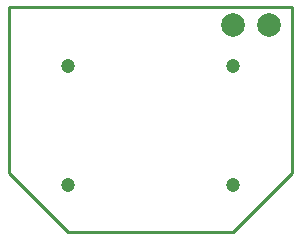
<source format=gts>
G04*
G04 #@! TF.GenerationSoftware,Altium Limited,Altium Designer,21.6.4 (81)*
G04*
G04 Layer_Color=8388736*
%FSLAX25Y25*%
%MOIN*%
G70*
G04*
G04 #@! TF.SameCoordinates,DCEF65EA-FCDF-413F-B0EF-4AA9E0A8AFDD*
G04*
G04*
G04 #@! TF.FilePolarity,Negative*
G04*
G01*
G75*
%ADD10C,0.01000*%
%ADD11C,0.07887*%
%ADD12C,0.04737*%
D10*
X-19685Y74803D02*
X74803D01*
Y19685D02*
Y74803D01*
X55118Y0D02*
X74803Y19685D01*
X0Y0D02*
X55118D01*
X-19685Y19685D02*
X0Y0D01*
X-19685Y19685D02*
Y74803D01*
D11*
X55118Y68898D02*
D03*
X66929D02*
D03*
D12*
X55118Y15748D02*
D03*
Y55118D02*
D03*
X0Y15748D02*
D03*
Y55118D02*
D03*
M02*

</source>
